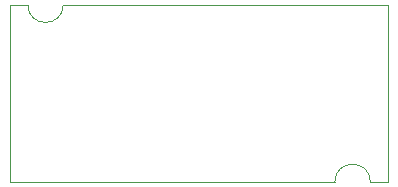
<source format=gm1>
%TF.GenerationSoftware,KiCad,Pcbnew,(6.0.5-0)*%
%TF.CreationDate,2023-01-17T15:21:49+09:00*%
%TF.ProjectId,stepper,73746570-7065-4722-9e6b-696361645f70,rev?*%
%TF.SameCoordinates,Original*%
%TF.FileFunction,Profile,NP*%
%FSLAX46Y46*%
G04 Gerber Fmt 4.6, Leading zero omitted, Abs format (unit mm)*
G04 Created by KiCad (PCBNEW (6.0.5-0)) date 2023-01-17 15:21:49*
%MOMM*%
%LPD*%
G01*
G04 APERTURE LIST*
%TA.AperFunction,Profile*%
%ADD10C,0.100000*%
%TD*%
G04 APERTURE END LIST*
D10*
X171500000Y-107000000D02*
X173000000Y-107000000D01*
X168500000Y-107000000D02*
X141000000Y-107000000D01*
X145500000Y-92000000D02*
X173000000Y-92000000D01*
X142500000Y-92000000D02*
G75*
G03*
X145500000Y-92000000I1500000J0D01*
G01*
X171500000Y-107000000D02*
G75*
G03*
X168500000Y-107000000I-1500000J0D01*
G01*
X141000000Y-107000000D02*
X141000000Y-92000000D01*
X141000000Y-92000000D02*
X142500000Y-92000000D01*
X173000000Y-92000000D02*
X173000000Y-107000000D01*
M02*

</source>
